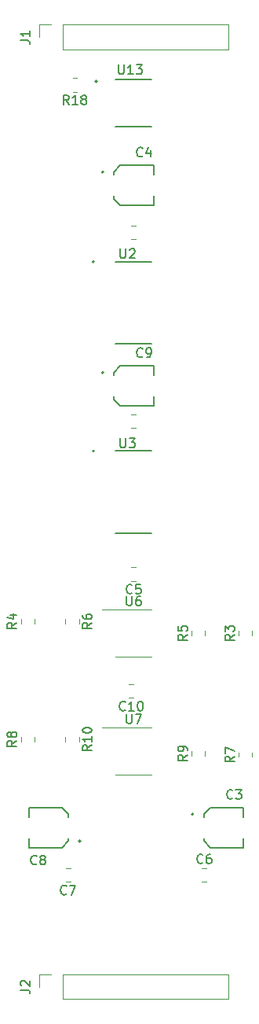
<source format=gbr>
%TF.GenerationSoftware,KiCad,Pcbnew,(6.0.10-0)*%
%TF.CreationDate,2023-01-30T15:13:09+10:30*%
%TF.ProjectId,BLE_Module,424c455f-4d6f-4647-956c-652e6b696361,rev?*%
%TF.SameCoordinates,Original*%
%TF.FileFunction,Legend,Top*%
%TF.FilePolarity,Positive*%
%FSLAX46Y46*%
G04 Gerber Fmt 4.6, Leading zero omitted, Abs format (unit mm)*
G04 Created by KiCad (PCBNEW (6.0.10-0)) date 2023-01-30 15:13:09*
%MOMM*%
%LPD*%
G01*
G04 APERTURE LIST*
%ADD10C,0.150000*%
%ADD11C,0.120000*%
%ADD12C,0.127000*%
%ADD13C,0.200000*%
G04 APERTURE END LIST*
D10*
%TO.C,J1*%
X4952380Y-2213333D02*
X5666666Y-2213333D01*
X5809523Y-2260952D01*
X5904761Y-2356190D01*
X5952380Y-2499047D01*
X5952380Y-2594285D01*
X5952380Y-1213333D02*
X5952380Y-1784761D01*
X5952380Y-1499047D02*
X4952380Y-1499047D01*
X5095238Y-1594285D01*
X5190476Y-1689523D01*
X5238095Y-1784761D01*
%TO.C,R6*%
X12627380Y-64936666D02*
X12151190Y-65270000D01*
X12627380Y-65508095D02*
X11627380Y-65508095D01*
X11627380Y-65127142D01*
X11675000Y-65031904D01*
X11722619Y-64984285D01*
X11817857Y-64936666D01*
X11960714Y-64936666D01*
X12055952Y-64984285D01*
X12103571Y-65031904D01*
X12151190Y-65127142D01*
X12151190Y-65508095D01*
X11627380Y-64079523D02*
X11627380Y-64270000D01*
X11675000Y-64365238D01*
X11722619Y-64412857D01*
X11865476Y-64508095D01*
X12055952Y-64555714D01*
X12436904Y-64555714D01*
X12532142Y-64508095D01*
X12579761Y-64460476D01*
X12627380Y-64365238D01*
X12627380Y-64174761D01*
X12579761Y-64079523D01*
X12532142Y-64031904D01*
X12436904Y-63984285D01*
X12198809Y-63984285D01*
X12103571Y-64031904D01*
X12055952Y-64079523D01*
X12008333Y-64174761D01*
X12008333Y-64365238D01*
X12055952Y-64460476D01*
X12103571Y-64508095D01*
X12198809Y-64555714D01*
%TO.C,R18*%
X10152142Y-9147380D02*
X9818809Y-8671190D01*
X9580714Y-9147380D02*
X9580714Y-8147380D01*
X9961666Y-8147380D01*
X10056904Y-8195000D01*
X10104523Y-8242619D01*
X10152142Y-8337857D01*
X10152142Y-8480714D01*
X10104523Y-8575952D01*
X10056904Y-8623571D01*
X9961666Y-8671190D01*
X9580714Y-8671190D01*
X11104523Y-9147380D02*
X10533095Y-9147380D01*
X10818809Y-9147380D02*
X10818809Y-8147380D01*
X10723571Y-8290238D01*
X10628333Y-8385476D01*
X10533095Y-8433095D01*
X11675952Y-8575952D02*
X11580714Y-8528333D01*
X11533095Y-8480714D01*
X11485476Y-8385476D01*
X11485476Y-8337857D01*
X11533095Y-8242619D01*
X11580714Y-8195000D01*
X11675952Y-8147380D01*
X11866428Y-8147380D01*
X11961666Y-8195000D01*
X12009285Y-8242619D01*
X12056904Y-8337857D01*
X12056904Y-8385476D01*
X12009285Y-8480714D01*
X11961666Y-8528333D01*
X11866428Y-8575952D01*
X11675952Y-8575952D01*
X11580714Y-8623571D01*
X11533095Y-8671190D01*
X11485476Y-8766428D01*
X11485476Y-8956904D01*
X11533095Y-9052142D01*
X11580714Y-9099761D01*
X11675952Y-9147380D01*
X11866428Y-9147380D01*
X11961666Y-9099761D01*
X12009285Y-9052142D01*
X12056904Y-8956904D01*
X12056904Y-8766428D01*
X12009285Y-8671190D01*
X11961666Y-8623571D01*
X11866428Y-8575952D01*
%TO.C,C3*%
X27813333Y-83817142D02*
X27765714Y-83864761D01*
X27622857Y-83912380D01*
X27527619Y-83912380D01*
X27384761Y-83864761D01*
X27289523Y-83769523D01*
X27241904Y-83674285D01*
X27194285Y-83483809D01*
X27194285Y-83340952D01*
X27241904Y-83150476D01*
X27289523Y-83055238D01*
X27384761Y-82960000D01*
X27527619Y-82912380D01*
X27622857Y-82912380D01*
X27765714Y-82960000D01*
X27813333Y-83007619D01*
X28146666Y-82912380D02*
X28765714Y-82912380D01*
X28432380Y-83293333D01*
X28575238Y-83293333D01*
X28670476Y-83340952D01*
X28718095Y-83388571D01*
X28765714Y-83483809D01*
X28765714Y-83721904D01*
X28718095Y-83817142D01*
X28670476Y-83864761D01*
X28575238Y-83912380D01*
X28289523Y-83912380D01*
X28194285Y-83864761D01*
X28146666Y-83817142D01*
%TO.C,R7*%
X28002380Y-79317538D02*
X27526190Y-79650872D01*
X28002380Y-79888967D02*
X27002380Y-79888967D01*
X27002380Y-79508014D01*
X27050000Y-79412776D01*
X27097619Y-79365157D01*
X27192857Y-79317538D01*
X27335714Y-79317538D01*
X27430952Y-79365157D01*
X27478571Y-79412776D01*
X27526190Y-79508014D01*
X27526190Y-79888967D01*
X27002380Y-78984205D02*
X27002380Y-78317538D01*
X28002380Y-78746110D01*
%TO.C,U2*%
X15708095Y-24690380D02*
X15708095Y-25499904D01*
X15755714Y-25595142D01*
X15803333Y-25642761D01*
X15898571Y-25690380D01*
X16089047Y-25690380D01*
X16184285Y-25642761D01*
X16231904Y-25595142D01*
X16279523Y-25499904D01*
X16279523Y-24690380D01*
X16708095Y-24785619D02*
X16755714Y-24738000D01*
X16850952Y-24690380D01*
X17089047Y-24690380D01*
X17184285Y-24738000D01*
X17231904Y-24785619D01*
X17279523Y-24880857D01*
X17279523Y-24976095D01*
X17231904Y-25118952D01*
X16660476Y-25690380D01*
X17279523Y-25690380D01*
%TO.C,R4*%
X4517380Y-64936666D02*
X4041190Y-65270000D01*
X4517380Y-65508095D02*
X3517380Y-65508095D01*
X3517380Y-65127142D01*
X3565000Y-65031904D01*
X3612619Y-64984285D01*
X3707857Y-64936666D01*
X3850714Y-64936666D01*
X3945952Y-64984285D01*
X3993571Y-65031904D01*
X4041190Y-65127142D01*
X4041190Y-65508095D01*
X3850714Y-64079523D02*
X4517380Y-64079523D01*
X3469761Y-64317619D02*
X4184047Y-64555714D01*
X4184047Y-63936666D01*
%TO.C,U6*%
X16383095Y-62092380D02*
X16383095Y-62901904D01*
X16430714Y-62997142D01*
X16478333Y-63044761D01*
X16573571Y-63092380D01*
X16764047Y-63092380D01*
X16859285Y-63044761D01*
X16906904Y-62997142D01*
X16954523Y-62901904D01*
X16954523Y-62092380D01*
X17859285Y-62092380D02*
X17668809Y-62092380D01*
X17573571Y-62140000D01*
X17525952Y-62187619D01*
X17430714Y-62330476D01*
X17383095Y-62520952D01*
X17383095Y-62901904D01*
X17430714Y-62997142D01*
X17478333Y-63044761D01*
X17573571Y-63092380D01*
X17764047Y-63092380D01*
X17859285Y-63044761D01*
X17906904Y-62997142D01*
X17954523Y-62901904D01*
X17954523Y-62663809D01*
X17906904Y-62568571D01*
X17859285Y-62520952D01*
X17764047Y-62473333D01*
X17573571Y-62473333D01*
X17478333Y-62520952D01*
X17430714Y-62568571D01*
X17383095Y-62663809D01*
%TO.C,R5*%
X22922380Y-66206666D02*
X22446190Y-66540000D01*
X22922380Y-66778095D02*
X21922380Y-66778095D01*
X21922380Y-66397142D01*
X21970000Y-66301904D01*
X22017619Y-66254285D01*
X22112857Y-66206666D01*
X22255714Y-66206666D01*
X22350952Y-66254285D01*
X22398571Y-66301904D01*
X22446190Y-66397142D01*
X22446190Y-66778095D01*
X21922380Y-65301904D02*
X21922380Y-65778095D01*
X22398571Y-65825714D01*
X22350952Y-65778095D01*
X22303333Y-65682857D01*
X22303333Y-65444761D01*
X22350952Y-65349523D01*
X22398571Y-65301904D01*
X22493809Y-65254285D01*
X22731904Y-65254285D01*
X22827142Y-65301904D01*
X22874761Y-65349523D01*
X22922380Y-65444761D01*
X22922380Y-65682857D01*
X22874761Y-65778095D01*
X22827142Y-65825714D01*
%TO.C,U7*%
X16383095Y-74792380D02*
X16383095Y-75601904D01*
X16430714Y-75697142D01*
X16478333Y-75744761D01*
X16573571Y-75792380D01*
X16764047Y-75792380D01*
X16859285Y-75744761D01*
X16906904Y-75697142D01*
X16954523Y-75601904D01*
X16954523Y-74792380D01*
X17335476Y-74792380D02*
X18002142Y-74792380D01*
X17573571Y-75792380D01*
%TO.C,U3*%
X15708095Y-45080380D02*
X15708095Y-45889904D01*
X15755714Y-45985142D01*
X15803333Y-46032761D01*
X15898571Y-46080380D01*
X16089047Y-46080380D01*
X16184285Y-46032761D01*
X16231904Y-45985142D01*
X16279523Y-45889904D01*
X16279523Y-45080380D01*
X16660476Y-45080380D02*
X17279523Y-45080380D01*
X16946190Y-45461333D01*
X17089047Y-45461333D01*
X17184285Y-45508952D01*
X17231904Y-45556571D01*
X17279523Y-45651809D01*
X17279523Y-45889904D01*
X17231904Y-45985142D01*
X17184285Y-46032761D01*
X17089047Y-46080380D01*
X16803333Y-46080380D01*
X16708095Y-46032761D01*
X16660476Y-45985142D01*
%TO.C,C5*%
X16978333Y-61727142D02*
X16930714Y-61774761D01*
X16787857Y-61822380D01*
X16692619Y-61822380D01*
X16549761Y-61774761D01*
X16454523Y-61679523D01*
X16406904Y-61584285D01*
X16359285Y-61393809D01*
X16359285Y-61250952D01*
X16406904Y-61060476D01*
X16454523Y-60965238D01*
X16549761Y-60870000D01*
X16692619Y-60822380D01*
X16787857Y-60822380D01*
X16930714Y-60870000D01*
X16978333Y-60917619D01*
X17883095Y-60822380D02*
X17406904Y-60822380D01*
X17359285Y-61298571D01*
X17406904Y-61250952D01*
X17502142Y-61203333D01*
X17740238Y-61203333D01*
X17835476Y-61250952D01*
X17883095Y-61298571D01*
X17930714Y-61393809D01*
X17930714Y-61631904D01*
X17883095Y-61727142D01*
X17835476Y-61774761D01*
X17740238Y-61822380D01*
X17502142Y-61822380D01*
X17406904Y-61774761D01*
X17359285Y-61727142D01*
%TO.C,C10*%
X16240890Y-74317142D02*
X16193271Y-74364761D01*
X16050414Y-74412380D01*
X15955176Y-74412380D01*
X15812319Y-74364761D01*
X15717081Y-74269523D01*
X15669462Y-74174285D01*
X15621843Y-73983809D01*
X15621843Y-73840952D01*
X15669462Y-73650476D01*
X15717081Y-73555238D01*
X15812319Y-73460000D01*
X15955176Y-73412380D01*
X16050414Y-73412380D01*
X16193271Y-73460000D01*
X16240890Y-73507619D01*
X17193271Y-74412380D02*
X16621843Y-74412380D01*
X16907557Y-74412380D02*
X16907557Y-73412380D01*
X16812319Y-73555238D01*
X16717081Y-73650476D01*
X16621843Y-73698095D01*
X17812319Y-73412380D02*
X17907557Y-73412380D01*
X18002795Y-73460000D01*
X18050414Y-73507619D01*
X18098033Y-73602857D01*
X18145652Y-73793333D01*
X18145652Y-74031428D01*
X18098033Y-74221904D01*
X18050414Y-74317142D01*
X18002795Y-74364761D01*
X17907557Y-74412380D01*
X17812319Y-74412380D01*
X17717081Y-74364761D01*
X17669462Y-74317142D01*
X17621843Y-74221904D01*
X17574224Y-74031428D01*
X17574224Y-73793333D01*
X17621843Y-73602857D01*
X17669462Y-73507619D01*
X17717081Y-73460000D01*
X17812319Y-73412380D01*
%TO.C,C8*%
X6683333Y-90887142D02*
X6635714Y-90934761D01*
X6492857Y-90982380D01*
X6397619Y-90982380D01*
X6254761Y-90934761D01*
X6159523Y-90839523D01*
X6111904Y-90744285D01*
X6064285Y-90553809D01*
X6064285Y-90410952D01*
X6111904Y-90220476D01*
X6159523Y-90125238D01*
X6254761Y-90030000D01*
X6397619Y-89982380D01*
X6492857Y-89982380D01*
X6635714Y-90030000D01*
X6683333Y-90077619D01*
X7254761Y-90410952D02*
X7159523Y-90363333D01*
X7111904Y-90315714D01*
X7064285Y-90220476D01*
X7064285Y-90172857D01*
X7111904Y-90077619D01*
X7159523Y-90030000D01*
X7254761Y-89982380D01*
X7445238Y-89982380D01*
X7540476Y-90030000D01*
X7588095Y-90077619D01*
X7635714Y-90172857D01*
X7635714Y-90220476D01*
X7588095Y-90315714D01*
X7540476Y-90363333D01*
X7445238Y-90410952D01*
X7254761Y-90410952D01*
X7159523Y-90458571D01*
X7111904Y-90506190D01*
X7064285Y-90601428D01*
X7064285Y-90791904D01*
X7111904Y-90887142D01*
X7159523Y-90934761D01*
X7254761Y-90982380D01*
X7445238Y-90982380D01*
X7540476Y-90934761D01*
X7588095Y-90887142D01*
X7635714Y-90791904D01*
X7635714Y-90601428D01*
X7588095Y-90506190D01*
X7540476Y-90458571D01*
X7445238Y-90410952D01*
%TO.C,U13*%
X15521904Y-4875380D02*
X15521904Y-5684904D01*
X15569523Y-5780142D01*
X15617142Y-5827761D01*
X15712380Y-5875380D01*
X15902857Y-5875380D01*
X15998095Y-5827761D01*
X16045714Y-5780142D01*
X16093333Y-5684904D01*
X16093333Y-4875380D01*
X17093333Y-5875380D02*
X16521904Y-5875380D01*
X16807619Y-5875380D02*
X16807619Y-4875380D01*
X16712380Y-5018238D01*
X16617142Y-5113476D01*
X16521904Y-5161095D01*
X17426666Y-4875380D02*
X18045714Y-4875380D01*
X17712380Y-5256333D01*
X17855238Y-5256333D01*
X17950476Y-5303952D01*
X17998095Y-5351571D01*
X18045714Y-5446809D01*
X18045714Y-5684904D01*
X17998095Y-5780142D01*
X17950476Y-5827761D01*
X17855238Y-5875380D01*
X17569523Y-5875380D01*
X17474285Y-5827761D01*
X17426666Y-5780142D01*
%TO.C,C9*%
X18103333Y-36262142D02*
X18055714Y-36309761D01*
X17912857Y-36357380D01*
X17817619Y-36357380D01*
X17674761Y-36309761D01*
X17579523Y-36214523D01*
X17531904Y-36119285D01*
X17484285Y-35928809D01*
X17484285Y-35785952D01*
X17531904Y-35595476D01*
X17579523Y-35500238D01*
X17674761Y-35405000D01*
X17817619Y-35357380D01*
X17912857Y-35357380D01*
X18055714Y-35405000D01*
X18103333Y-35452619D01*
X18579523Y-36357380D02*
X18770000Y-36357380D01*
X18865238Y-36309761D01*
X18912857Y-36262142D01*
X19008095Y-36119285D01*
X19055714Y-35928809D01*
X19055714Y-35547857D01*
X19008095Y-35452619D01*
X18960476Y-35405000D01*
X18865238Y-35357380D01*
X18674761Y-35357380D01*
X18579523Y-35405000D01*
X18531904Y-35452619D01*
X18484285Y-35547857D01*
X18484285Y-35785952D01*
X18531904Y-35881190D01*
X18579523Y-35928809D01*
X18674761Y-35976428D01*
X18865238Y-35976428D01*
X18960476Y-35928809D01*
X19008095Y-35881190D01*
X19055714Y-35785952D01*
%TO.C,C4*%
X18103333Y-14672142D02*
X18055714Y-14719761D01*
X17912857Y-14767380D01*
X17817619Y-14767380D01*
X17674761Y-14719761D01*
X17579523Y-14624523D01*
X17531904Y-14529285D01*
X17484285Y-14338809D01*
X17484285Y-14195952D01*
X17531904Y-14005476D01*
X17579523Y-13910238D01*
X17674761Y-13815000D01*
X17817619Y-13767380D01*
X17912857Y-13767380D01*
X18055714Y-13815000D01*
X18103333Y-13862619D01*
X18960476Y-14100714D02*
X18960476Y-14767380D01*
X18722380Y-13719761D02*
X18484285Y-14434047D01*
X19103333Y-14434047D01*
%TO.C,C7*%
X9898333Y-94112142D02*
X9850714Y-94159761D01*
X9707857Y-94207380D01*
X9612619Y-94207380D01*
X9469761Y-94159761D01*
X9374523Y-94064523D01*
X9326904Y-93969285D01*
X9279285Y-93778809D01*
X9279285Y-93635952D01*
X9326904Y-93445476D01*
X9374523Y-93350238D01*
X9469761Y-93255000D01*
X9612619Y-93207380D01*
X9707857Y-93207380D01*
X9850714Y-93255000D01*
X9898333Y-93302619D01*
X10231666Y-93207380D02*
X10898333Y-93207380D01*
X10469761Y-94207380D01*
%TO.C,J2*%
X4952380Y-104448333D02*
X5666666Y-104448333D01*
X5809523Y-104495952D01*
X5904761Y-104591190D01*
X5952380Y-104734047D01*
X5952380Y-104829285D01*
X5047619Y-104019761D02*
X5000000Y-103972142D01*
X4952380Y-103876904D01*
X4952380Y-103638809D01*
X5000000Y-103543571D01*
X5047619Y-103495952D01*
X5142857Y-103448333D01*
X5238095Y-103448333D01*
X5380952Y-103495952D01*
X5952380Y-104067380D01*
X5952380Y-103448333D01*
%TO.C,R9*%
X22922380Y-79167538D02*
X22446190Y-79500872D01*
X22922380Y-79738967D02*
X21922380Y-79738967D01*
X21922380Y-79358014D01*
X21970000Y-79262776D01*
X22017619Y-79215157D01*
X22112857Y-79167538D01*
X22255714Y-79167538D01*
X22350952Y-79215157D01*
X22398571Y-79262776D01*
X22446190Y-79358014D01*
X22446190Y-79738967D01*
X22922380Y-78691348D02*
X22922380Y-78500872D01*
X22874761Y-78405633D01*
X22827142Y-78358014D01*
X22684285Y-78262776D01*
X22493809Y-78215157D01*
X22112857Y-78215157D01*
X22017619Y-78262776D01*
X21970000Y-78310395D01*
X21922380Y-78405633D01*
X21922380Y-78596110D01*
X21970000Y-78691348D01*
X22017619Y-78738967D01*
X22112857Y-78786586D01*
X22350952Y-78786586D01*
X22446190Y-78738967D01*
X22493809Y-78691348D01*
X22541428Y-78596110D01*
X22541428Y-78405633D01*
X22493809Y-78310395D01*
X22446190Y-78262776D01*
X22350952Y-78215157D01*
%TO.C,R8*%
X4517380Y-77636666D02*
X4041190Y-77970000D01*
X4517380Y-78208095D02*
X3517380Y-78208095D01*
X3517380Y-77827142D01*
X3565000Y-77731904D01*
X3612619Y-77684285D01*
X3707857Y-77636666D01*
X3850714Y-77636666D01*
X3945952Y-77684285D01*
X3993571Y-77731904D01*
X4041190Y-77827142D01*
X4041190Y-78208095D01*
X3945952Y-77065238D02*
X3898333Y-77160476D01*
X3850714Y-77208095D01*
X3755476Y-77255714D01*
X3707857Y-77255714D01*
X3612619Y-77208095D01*
X3565000Y-77160476D01*
X3517380Y-77065238D01*
X3517380Y-76874761D01*
X3565000Y-76779523D01*
X3612619Y-76731904D01*
X3707857Y-76684285D01*
X3755476Y-76684285D01*
X3850714Y-76731904D01*
X3898333Y-76779523D01*
X3945952Y-76874761D01*
X3945952Y-77065238D01*
X3993571Y-77160476D01*
X4041190Y-77208095D01*
X4136428Y-77255714D01*
X4326904Y-77255714D01*
X4422142Y-77208095D01*
X4469761Y-77160476D01*
X4517380Y-77065238D01*
X4517380Y-76874761D01*
X4469761Y-76779523D01*
X4422142Y-76731904D01*
X4326904Y-76684285D01*
X4136428Y-76684285D01*
X4041190Y-76731904D01*
X3993571Y-76779523D01*
X3945952Y-76874761D01*
%TO.C,R10*%
X12627380Y-78112857D02*
X12151190Y-78446190D01*
X12627380Y-78684285D02*
X11627380Y-78684285D01*
X11627380Y-78303333D01*
X11675000Y-78208095D01*
X11722619Y-78160476D01*
X11817857Y-78112857D01*
X11960714Y-78112857D01*
X12055952Y-78160476D01*
X12103571Y-78208095D01*
X12151190Y-78303333D01*
X12151190Y-78684285D01*
X12627380Y-77160476D02*
X12627380Y-77731904D01*
X12627380Y-77446190D02*
X11627380Y-77446190D01*
X11770238Y-77541428D01*
X11865476Y-77636666D01*
X11913095Y-77731904D01*
X11627380Y-76541428D02*
X11627380Y-76446190D01*
X11675000Y-76350952D01*
X11722619Y-76303333D01*
X11817857Y-76255714D01*
X12008333Y-76208095D01*
X12246428Y-76208095D01*
X12436904Y-76255714D01*
X12532142Y-76303333D01*
X12579761Y-76350952D01*
X12627380Y-76446190D01*
X12627380Y-76541428D01*
X12579761Y-76636666D01*
X12532142Y-76684285D01*
X12436904Y-76731904D01*
X12246428Y-76779523D01*
X12008333Y-76779523D01*
X11817857Y-76731904D01*
X11722619Y-76684285D01*
X11675000Y-76636666D01*
X11627380Y-76541428D01*
%TO.C,R3*%
X28002380Y-66206666D02*
X27526190Y-66540000D01*
X28002380Y-66778095D02*
X27002380Y-66778095D01*
X27002380Y-66397142D01*
X27050000Y-66301904D01*
X27097619Y-66254285D01*
X27192857Y-66206666D01*
X27335714Y-66206666D01*
X27430952Y-66254285D01*
X27478571Y-66301904D01*
X27526190Y-66397142D01*
X27526190Y-66778095D01*
X27002380Y-65873333D02*
X27002380Y-65254285D01*
X27383333Y-65587619D01*
X27383333Y-65444761D01*
X27430952Y-65349523D01*
X27478571Y-65301904D01*
X27573809Y-65254285D01*
X27811904Y-65254285D01*
X27907142Y-65301904D01*
X27954761Y-65349523D01*
X28002380Y-65444761D01*
X28002380Y-65730476D01*
X27954761Y-65825714D01*
X27907142Y-65873333D01*
%TO.C,C6*%
X24598333Y-90762142D02*
X24550714Y-90809761D01*
X24407857Y-90857380D01*
X24312619Y-90857380D01*
X24169761Y-90809761D01*
X24074523Y-90714523D01*
X24026904Y-90619285D01*
X23979285Y-90428809D01*
X23979285Y-90285952D01*
X24026904Y-90095476D01*
X24074523Y-90000238D01*
X24169761Y-89905000D01*
X24312619Y-89857380D01*
X24407857Y-89857380D01*
X24550714Y-89905000D01*
X24598333Y-89952619D01*
X25455476Y-89857380D02*
X25265000Y-89857380D01*
X25169761Y-89905000D01*
X25122142Y-89952619D01*
X25026904Y-90095476D01*
X24979285Y-90285952D01*
X24979285Y-90666904D01*
X25026904Y-90762142D01*
X25074523Y-90809761D01*
X25169761Y-90857380D01*
X25360238Y-90857380D01*
X25455476Y-90809761D01*
X25503095Y-90762142D01*
X25550714Y-90666904D01*
X25550714Y-90428809D01*
X25503095Y-90333571D01*
X25455476Y-90285952D01*
X25360238Y-90238333D01*
X25169761Y-90238333D01*
X25074523Y-90285952D01*
X25026904Y-90333571D01*
X24979285Y-90428809D01*
D11*
%TO.C,J1*%
X6940000Y-1880000D02*
X6940000Y-550000D01*
X9540000Y-550000D02*
X27380000Y-550000D01*
X9540000Y-3210000D02*
X27380000Y-3210000D01*
X6940000Y-550000D02*
X8270000Y-550000D01*
X9540000Y-3210000D02*
X9540000Y-550000D01*
X27380000Y-3210000D02*
X27380000Y-550000D01*
%TO.C,R6*%
X9790000Y-64542936D02*
X9790000Y-64997064D01*
X11260000Y-64542936D02*
X11260000Y-64997064D01*
%TO.C,R18*%
X11022064Y-6310000D02*
X10567936Y-6310000D01*
X11022064Y-7780000D02*
X10567936Y-7780000D01*
D12*
%TO.C,C3*%
X29005000Y-85875000D02*
X29005000Y-84845000D01*
X24705000Y-88445000D02*
X25405000Y-89145000D01*
X25405000Y-84845000D02*
X24705000Y-85545000D01*
X24705000Y-85545000D02*
X24705000Y-85875000D01*
X25405000Y-89145000D02*
X29005000Y-89145000D01*
X29005000Y-84845000D02*
X25405000Y-84845000D01*
X24705000Y-88115000D02*
X24705000Y-88445000D01*
X29005000Y-89145000D02*
X29005000Y-88115000D01*
D13*
X23605000Y-85545000D02*
G75*
G03*
X23605000Y-85545000I-100000J0D01*
G01*
D11*
%TO.C,R7*%
X29935000Y-79377936D02*
X29935000Y-78923808D01*
X28465000Y-79377936D02*
X28465000Y-78923808D01*
D12*
%TO.C,U2*%
X15195000Y-26050000D02*
X19095000Y-26050000D01*
X15195000Y-34910000D02*
X19095000Y-34910000D01*
D13*
X12890000Y-26070000D02*
G75*
G03*
X12890000Y-26070000I-100000J0D01*
G01*
D11*
%TO.C,R4*%
X6450000Y-64997064D02*
X6450000Y-64542936D01*
X4980000Y-64997064D02*
X4980000Y-64542936D01*
%TO.C,U6*%
X17145000Y-68600000D02*
X19095000Y-68600000D01*
X17145000Y-68600000D02*
X15195000Y-68600000D01*
X17145000Y-63480000D02*
X13695000Y-63480000D01*
X17145000Y-63480000D02*
X19095000Y-63480000D01*
%TO.C,C2*%
X17406252Y-43985000D02*
X16883748Y-43985000D01*
X17406252Y-42515000D02*
X16883748Y-42515000D01*
%TO.C,R5*%
X23385000Y-66267064D02*
X23385000Y-65812936D01*
X24855000Y-66267064D02*
X24855000Y-65812936D01*
%TO.C,U7*%
X17145000Y-76180000D02*
X13695000Y-76180000D01*
X17145000Y-81300000D02*
X15195000Y-81300000D01*
X17145000Y-76180000D02*
X19095000Y-76180000D01*
X17145000Y-81300000D02*
X19095000Y-81300000D01*
D12*
%TO.C,U3*%
X15195000Y-55300000D02*
X19095000Y-55300000D01*
X15195000Y-46440000D02*
X19095000Y-46440000D01*
D13*
X12890000Y-46460000D02*
G75*
G03*
X12890000Y-46460000I-100000J0D01*
G01*
D11*
%TO.C,C5*%
X17406252Y-58955000D02*
X16883748Y-58955000D01*
X17406252Y-60425000D02*
X16883748Y-60425000D01*
%TO.C,C10*%
X17145000Y-73015000D02*
X16622496Y-73015000D01*
X17145000Y-71545000D02*
X16622496Y-71545000D01*
D12*
%TO.C,C8*%
X5825000Y-88115000D02*
X5825000Y-89145000D01*
X5825000Y-84845000D02*
X5825000Y-85875000D01*
X9425000Y-89145000D02*
X10125000Y-88445000D01*
X5825000Y-89145000D02*
X9425000Y-89145000D01*
X9425000Y-84845000D02*
X5825000Y-84845000D01*
X10125000Y-88445000D02*
X10125000Y-88115000D01*
X10125000Y-85545000D02*
X9425000Y-84845000D01*
X10125000Y-85875000D02*
X10125000Y-85545000D01*
D13*
X11425000Y-88445000D02*
G75*
G03*
X11425000Y-88445000I-100000J0D01*
G01*
D12*
%TO.C,U13*%
X15195000Y-11485000D02*
X19095000Y-11485000D01*
X15195000Y-6435000D02*
X19095000Y-6435000D01*
D13*
X13205000Y-6655000D02*
G75*
G03*
X13205000Y-6655000I-100000J0D01*
G01*
D12*
%TO.C,C9*%
X14995000Y-37990000D02*
X14995000Y-38320000D01*
X15695000Y-37290000D02*
X14995000Y-37990000D01*
X19295000Y-41590000D02*
X19295000Y-40560000D01*
X19295000Y-38320000D02*
X19295000Y-37290000D01*
X14995000Y-40890000D02*
X15695000Y-41590000D01*
X19295000Y-37290000D02*
X15695000Y-37290000D01*
X14995000Y-40560000D02*
X14995000Y-40890000D01*
X15695000Y-41590000D02*
X19295000Y-41590000D01*
D13*
X13895000Y-37990000D02*
G75*
G03*
X13895000Y-37990000I-100000J0D01*
G01*
D12*
%TO.C,C4*%
X14995000Y-19300000D02*
X15695000Y-20000000D01*
X14995000Y-16400000D02*
X14995000Y-16730000D01*
X14995000Y-18970000D02*
X14995000Y-19300000D01*
X15695000Y-20000000D02*
X19295000Y-20000000D01*
X19295000Y-16730000D02*
X19295000Y-15700000D01*
X15695000Y-15700000D02*
X14995000Y-16400000D01*
X19295000Y-20000000D02*
X19295000Y-18970000D01*
X19295000Y-15700000D02*
X15695000Y-15700000D01*
D13*
X13895000Y-16400000D02*
G75*
G03*
X13895000Y-16400000I-100000J0D01*
G01*
D11*
%TO.C,C7*%
X10326252Y-91340000D02*
X9803748Y-91340000D01*
X10326252Y-92810000D02*
X9803748Y-92810000D01*
%TO.C,J2*%
X9540000Y-105445000D02*
X27380000Y-105445000D01*
X27380000Y-105445000D02*
X27380000Y-102785000D01*
X9540000Y-105445000D02*
X9540000Y-102785000D01*
X6940000Y-102785000D02*
X8270000Y-102785000D01*
X9540000Y-102785000D02*
X27380000Y-102785000D01*
X6940000Y-104115000D02*
X6940000Y-102785000D01*
%TO.C,R9*%
X24855000Y-79227936D02*
X24855000Y-78773808D01*
X23385000Y-79227936D02*
X23385000Y-78773808D01*
%TO.C,R8*%
X6450000Y-77697064D02*
X6450000Y-77242936D01*
X4980000Y-77697064D02*
X4980000Y-77242936D01*
%TO.C,R10*%
X9790000Y-77242936D02*
X9790000Y-77697064D01*
X11260000Y-77242936D02*
X11260000Y-77697064D01*
%TO.C,C1*%
X17406252Y-23645000D02*
X16883748Y-23645000D01*
X17406252Y-22175000D02*
X16883748Y-22175000D01*
%TO.C,R3*%
X28465000Y-66267064D02*
X28465000Y-65812936D01*
X29935000Y-66267064D02*
X29935000Y-65812936D01*
%TO.C,C6*%
X24503748Y-91350000D02*
X25026252Y-91350000D01*
X24503748Y-92820000D02*
X25026252Y-92820000D01*
%TD*%
M02*

</source>
